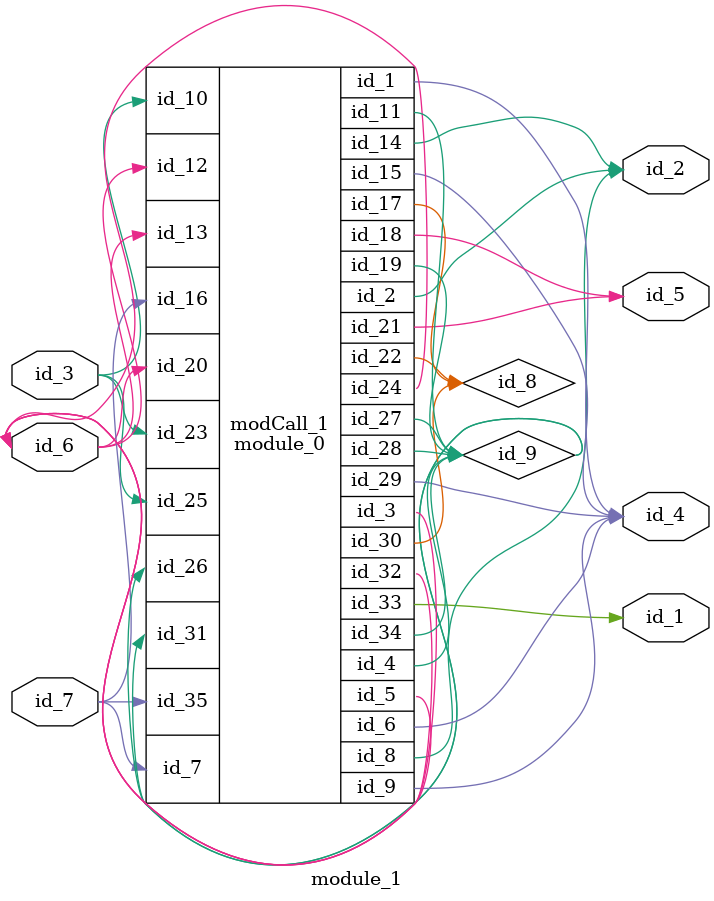
<source format=v>
module module_0 (
    id_1,
    id_2,
    id_3,
    id_4,
    id_5,
    id_6,
    id_7,
    id_8,
    id_9,
    id_10,
    id_11,
    id_12,
    id_13,
    id_14,
    id_15,
    id_16,
    id_17,
    id_18,
    id_19,
    id_20,
    id_21,
    id_22,
    id_23,
    id_24,
    id_25,
    id_26,
    id_27,
    id_28,
    id_29,
    id_30,
    id_31,
    id_32,
    id_33,
    id_34,
    id_35
);
  input wire id_35;
  inout wire id_34;
  output wire id_33;
  inout wire id_32;
  input wire id_31;
  inout wire id_30;
  output wire id_29;
  output wire id_28;
  inout wire id_27;
  input wire id_26;
  input wire id_25;
  inout wire id_24;
  input wire id_23;
  inout wire id_22;
  output wire id_21;
  input wire id_20;
  output wire id_19;
  output wire id_18;
  inout wire id_17;
  input wire id_16;
  output wire id_15;
  output wire id_14;
  input wire id_13;
  input wire id_12;
  output wire id_11;
  input wire id_10;
  output wire id_9;
  output wire id_8;
  input wire id_7;
  output wire id_6;
  inout wire id_5;
  output wire id_4;
  inout wire id_3;
  output wire id_2;
  output wire id_1;
endmodule
module module_1 (
    id_1,
    id_2,
    id_3,
    id_4,
    id_5,
    id_6,
    id_7
);
  input wire id_7;
  inout wire id_6;
  output wire id_5;
  output wire id_4;
  input wire id_3;
  output wire id_2;
  output wire id_1;
  wire id_8;
  wire id_9;
  module_0 modCall_1 (
      id_4,
      id_2,
      id_6,
      id_9,
      id_6,
      id_4,
      id_7,
      id_2,
      id_4,
      id_3,
      id_9,
      id_6,
      id_6,
      id_2,
      id_4,
      id_7,
      id_8,
      id_5,
      id_9,
      id_6,
      id_5,
      id_8,
      id_3,
      id_6,
      id_3,
      id_9,
      id_9,
      id_9,
      id_4,
      id_8,
      id_9,
      id_6,
      id_1,
      id_9,
      id_7
  );
endmodule

</source>
